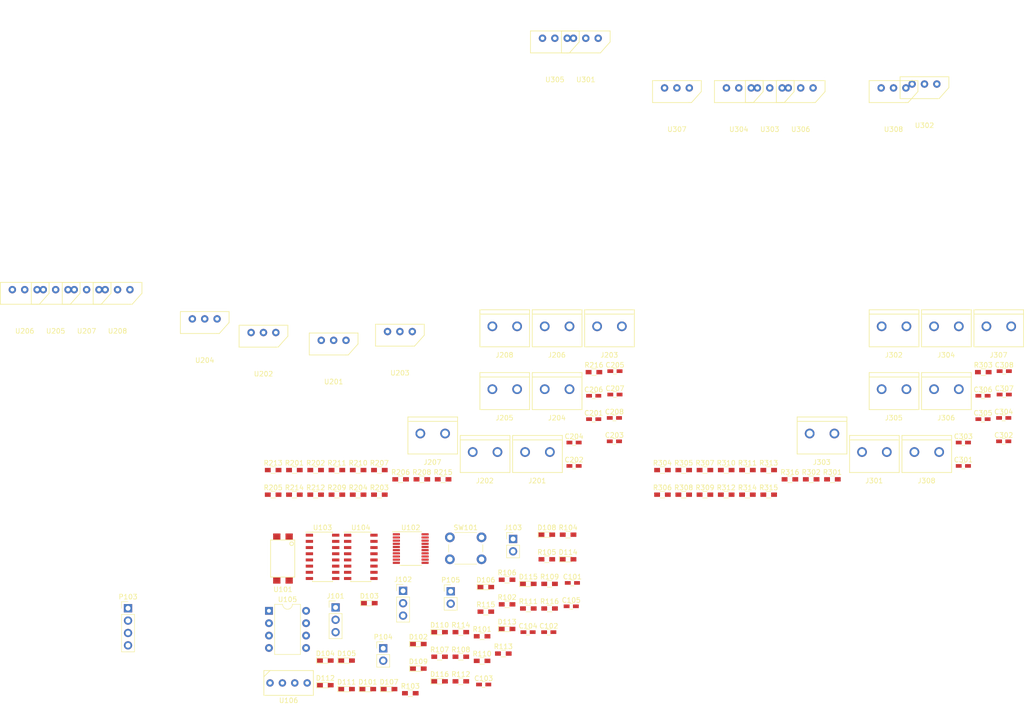
<source format=kicad_pcb>
(kicad_pcb (version 4) (host pcbnew 4.0.7)
  (layers (0 F.Cu signal) (1 In1.Cu power) (2 In2.Cu power) (31 B.Cu mixed) (35 F.Paste user) (37 F.SilkS user) (39 F.Mask user) (44 Edge.Cuts user))
  (net 0 "")
  (net 1 +3V3)
  (net 2 GND)
  (net 3 AC-N)
  (net 4 "Net-(C201-Pad2)")
  (net 5 "Net-(C202-Pad2)")
  (net 6 "Net-(C203-Pad2)")
  (net 7 "Net-(C204-Pad2)")
  (net 8 "Net-(C205-Pad2)")
  (net 9 "Net-(C206-Pad2)")
  (net 10 "Net-(C207-Pad2)")
  (net 11 "Net-(C208-Pad2)")
  (net 12 "Net-(C301-Pad2)")
  (net 13 "Net-(C302-Pad2)")
  (net 14 "Net-(C303-Pad2)")
  (net 15 "Net-(C304-Pad2)")
  (net 16 "Net-(C305-Pad2)")
  (net 17 "Net-(C306-Pad2)")
  (net 18 "Net-(C307-Pad2)")
  (net 19 "Net-(C308-Pad2)")
  (net 20 /I2C_SCL)
  (net 21 /I2C_SDA)
  (net 22 /STM_SWDIO)
  (net 23 /STM_SWCLK)
  (net 24 /Output-BankA/AC_LOAD-A)
  (net 25 AC-H)
  (net 26 /Output-BankA/AC_LOAD-B)
  (net 27 /Output-BankA/AC_LOAD-C)
  (net 28 /Output-BankA/AC_LOAD-D)
  (net 29 /Output-BankB/AC_LOAD-A)
  (net 30 /Output-BankB/AC_LOAD-B)
  (net 31 /Output-BankB/AC_LOAD-C)
  (net 32 /Output-BankB/AC_LOAD-D)
  (net 33 "Net-(R101-Pad1)")
  (net 34 "Net-(R102-Pad1)")
  (net 35 /STM_~RST)
  (net 36 /ZERO_CROSS)
  (net 37 "Net-(R203-Pad1)")
  (net 38 "Net-(R204-Pad1)")
  (net 39 "Net-(R207-Pad1)")
  (net 40 "Net-(R208-Pad1)")
  (net 41 "Net-(R303-Pad1)")
  (net 42 "Net-(R304-Pad1)")
  (net 43 "Net-(R307-Pad1)")
  (net 44 "Net-(R308-Pad1)")
  (net 45 "Net-(U102-Pad2)")
  (net 46 "Net-(U102-Pad3)")
  (net 47 /Shift_SER)
  (net 48 /Shift_SRCLK)
  (net 49 /Shift_~SRCLR)
  (net 50 /Shift_RCLK)
  (net 51 /Shift_~OE)
  (net 52 "Net-(U102-Pad12)")
  (net 53 "Net-(U102-Pad13)")
  (net 54 "Net-(U102-Pad14)")
  (net 55 "Net-(U103-Pad9)")
  (net 56 "Net-(U104-Pad9)")
  (net 57 "Net-(D101-Pad2)")
  (net 58 "Net-(D103-Pad2)")
  (net 59 "Net-(D105-Pad2)")
  (net 60 "Net-(D107-Pad2)")
  (net 61 /+12V_IN)
  (net 62 /CHAN8)
  (net 63 /CHAN9)
  (net 64 /CHAN10)
  (net 65 /CHAN11)
  (net 66 "Net-(D109-Pad2)")
  (net 67 /CHAN12)
  (net 68 "Net-(D111-Pad2)")
  (net 69 /CHAN13)
  (net 70 "Net-(D113-Pad2)")
  (net 71 /CHAN14)
  (net 72 "Net-(D115-Pad2)")
  (net 73 /CHAN15)
  (net 74 /GND_IN)
  (net 75 /3v_ISO)
  (net 76 /Output-BankA/AC_LOAD-E)
  (net 77 /Output-BankA/AC_LOAD-F)
  (net 78 /Output-BankA/AC_LOAD-G)
  (net 79 /Output-BankA/AC_LOAD-H)
  (net 80 /Output-BankB/AC_LOAD-E)
  (net 81 /Output-BankB/AC_LOAD-F)
  (net 82 /Output-BankB/AC_LOAD-G)
  (net 83 /Output-BankB/AC_LOAD-H)
  (net 84 /3v3_ISO)
  (net 85 /CHAN0)
  (net 86 /CHAN1)
  (net 87 /CHAN2)
  (net 88 /CHAN3)
  (net 89 /CHAN4)
  (net 90 /CHAN5)
  (net 91 /CHAN6)
  (net 92 /CHAN7)
  (net 93 /STM_SCL)
  (net 94 /STM_SDA)
  (net 95 "Net-(R211-Pad1)")
  (net 96 "Net-(R212-Pad1)")
  (net 97 "Net-(R215-Pad1)")
  (net 98 "Net-(R216-Pad1)")
  (net 99 "Net-(R311-Pad1)")
  (net 100 "Net-(R312-Pad1)")
  (net 101 "Net-(R315-Pad1)")
  (net 102 "Net-(R316-Pad1)")
  (module Capacitors_SMD:C_0603_HandSoldering (layer F.Cu) (at 201.399524 146.585)
    (fp_text reference C101 (at 0 -1.25) (layer F.SilkS))
    (fp_text value 100nF)
    (pad 1 smd rect (at -0.95 0) (size 1.2 0.75) (layers F.Cu F.Paste F.Mask) (net 1 +3V3))
    (pad 2 smd rect (at 0.95 0) (size 1.2 0.75) (layers F.Cu F.Paste F.Mask) (net 2 GND))
  )
  (module Capacitors_SMD:C_0603_HandSoldering (layer F.Cu) (at 196.548571 156.685)
    (fp_text reference C102 (at 0 -1.25) (layer F.SilkS))
    (fp_text value 10nF)
    (pad 1 smd rect (at -0.95 0) (size 1.2 0.75) (layers F.Cu F.Paste F.Mask) (net 1 +3V3))
    (pad 2 smd rect (at 0.95 0) (size 1.2 0.75) (layers F.Cu F.Paste F.Mask) (net 2 GND))
  )
  (module Capacitors_SMD:C_0603_HandSoldering (layer F.Cu) (at 183.189524 167.435)
    (fp_text reference C103 (at 0 -1.25) (layer F.SilkS))
    (fp_text value 100nF)
    (pad 1 smd rect (at -0.95 0) (size 1.2 0.75) (layers F.Cu F.Paste F.Mask) (net 1 +3V3))
    (pad 2 smd rect (at 0.95 0) (size 1.2 0.75) (layers F.Cu F.Paste F.Mask) (net 2 GND))
  )
  (module Capacitors_SMD:C_0603_HandSoldering (layer F.Cu) (at 192.298571 156.685)
    (fp_text reference C104 (at 0 -1.25) (layer F.SilkS))
    (fp_text value 1uF)
    (pad 1 smd rect (at -0.95 0) (size 1.2 0.75) (layers F.Cu F.Paste F.Mask) (net 1 +3V3))
    (pad 2 smd rect (at 0.95 0) (size 1.2 0.75) (layers F.Cu F.Paste F.Mask) (net 2 GND))
  )
  (module Capacitors_SMD:C_0603_HandSoldering (layer F.Cu) (at 201.161428 151.385)
    (fp_text reference C105 (at 0 -1.25) (layer F.SilkS))
    (fp_text value 4.7uF)
    (pad 1 smd rect (at -0.95 0) (size 1.2 0.75) (layers F.Cu F.Paste F.Mask) (net 1 +3V3))
    (pad 2 smd rect (at 0.95 0) (size 1.2 0.75) (layers F.Cu F.Paste F.Mask) (net 2 GND))
  )
  (module Capacitors_SMD:C_0603_HandSoldering (layer F.Cu) (at 205.768571 112.975)
    (fp_text reference C201 (at 0 -1.25) (layer F.SilkS))
    (fp_text value 22n)
    (pad 1 smd rect (at -0.95 0) (size 1.2 0.75) (layers F.Cu F.Paste F.Mask) (net 3 AC-N))
    (pad 2 smd rect (at 0.95 0) (size 1.2 0.75) (layers F.Cu F.Paste F.Mask) (net 4 "Net-(C201-Pad2)"))
  )
  (module Capacitors_SMD:C_0603_HandSoldering (layer F.Cu) (at 201.738571 122.575)
    (fp_text reference C202 (at 0 -1.25) (layer F.SilkS))
    (fp_text value 22n)
    (pad 1 smd rect (at -0.95 0) (size 1.2 0.75) (layers F.Cu F.Paste F.Mask) (net 3 AC-N))
    (pad 2 smd rect (at 0.95 0) (size 1.2 0.75) (layers F.Cu F.Paste F.Mask) (net 5 "Net-(C202-Pad2)"))
  )
  (module Capacitors_SMD:C_0603_HandSoldering (layer F.Cu) (at 210.018571 117.525)
    (fp_text reference C203 (at 0 -1.25) (layer F.SilkS))
    (fp_text value 22n)
    (pad 1 smd rect (at -0.95 0) (size 1.2 0.75) (layers F.Cu F.Paste F.Mask) (net 3 AC-N))
    (pad 2 smd rect (at 0.95 0) (size 1.2 0.75) (layers F.Cu F.Paste F.Mask) (net 6 "Net-(C203-Pad2)"))
  )
  (module Capacitors_SMD:C_0603_HandSoldering (layer F.Cu) (at 201.738571 117.775)
    (fp_text reference C204 (at 0 -1.25) (layer F.SilkS))
    (fp_text value 22n)
    (pad 1 smd rect (at -0.95 0) (size 1.2 0.75) (layers F.Cu F.Paste F.Mask) (net 3 AC-N))
    (pad 2 smd rect (at 0.95 0) (size 1.2 0.75) (layers F.Cu F.Paste F.Mask) (net 7 "Net-(C204-Pad2)"))
  )
  (module Capacitors_SMD:C_0603_HandSoldering (layer F.Cu) (at 210.128571 103.125)
    (fp_text reference C205 (at 0 -1.25) (layer F.SilkS))
    (fp_text value 22n)
    (pad 1 smd rect (at -0.95 0) (size 1.2 0.75) (layers F.Cu F.Paste F.Mask) (net 3 AC-N))
    (pad 2 smd rect (at 0.95 0) (size 1.2 0.75) (layers F.Cu F.Paste F.Mask) (net 8 "Net-(C205-Pad2)"))
  )
  (module Capacitors_SMD:C_0603_HandSoldering (layer F.Cu) (at 205.768571 108.175)
    (fp_text reference C206 (at 0 -1.25) (layer F.SilkS))
    (fp_text value 22n)
    (pad 1 smd rect (at -0.95 0) (size 1.2 0.75) (layers F.Cu F.Paste F.Mask) (net 3 AC-N))
    (pad 2 smd rect (at 0.95 0) (size 1.2 0.75) (layers F.Cu F.Paste F.Mask) (net 9 "Net-(C206-Pad2)"))
  )
  (module Capacitors_SMD:C_0603_HandSoldering (layer F.Cu) (at 210.128571 107.925)
    (fp_text reference C207 (at 0 -1.25) (layer F.SilkS))
    (fp_text value 22n)
    (pad 1 smd rect (at -0.95 0) (size 1.2 0.75) (layers F.Cu F.Paste F.Mask) (net 3 AC-N))
    (pad 2 smd rect (at 0.95 0) (size 1.2 0.75) (layers F.Cu F.Paste F.Mask) (net 10 "Net-(C207-Pad2)"))
  )
  (module Capacitors_SMD:C_0603_HandSoldering (layer F.Cu) (at 210.018571 112.725)
    (fp_text reference C208 (at 0 -1.25) (layer F.SilkS))
    (fp_text value 22n)
    (pad 1 smd rect (at -0.95 0) (size 1.2 0.75) (layers F.Cu F.Paste F.Mask) (net 3 AC-N))
    (pad 2 smd rect (at 0.95 0) (size 1.2 0.75) (layers F.Cu F.Paste F.Mask) (net 11 "Net-(C208-Pad2)"))
  )
  (module Capacitors_SMD:C_0603_HandSoldering (layer F.Cu) (at 281.638571 122.575)
    (fp_text reference C301 (at 0 -1.25) (layer F.SilkS))
    (fp_text value 22n)
    (pad 1 smd rect (at -0.95 0) (size 1.2 0.75) (layers F.Cu F.Paste F.Mask) (net 3 AC-N))
    (pad 2 smd rect (at 0.95 0) (size 1.2 0.75) (layers F.Cu F.Paste F.Mask) (net 12 "Net-(C301-Pad2)"))
  )
  (module Capacitors_SMD:C_0603_HandSoldering (layer F.Cu) (at 289.918571 117.525)
    (fp_text reference C302 (at 0 -1.25) (layer F.SilkS))
    (fp_text value 22n)
    (pad 1 smd rect (at -0.95 0) (size 1.2 0.75) (layers F.Cu F.Paste F.Mask) (net 3 AC-N))
    (pad 2 smd rect (at 0.95 0) (size 1.2 0.75) (layers F.Cu F.Paste F.Mask) (net 13 "Net-(C302-Pad2)"))
  )
  (module Capacitors_SMD:C_0603_HandSoldering (layer F.Cu) (at 281.638571 117.775)
    (fp_text reference C303 (at 0 -1.25) (layer F.SilkS))
    (fp_text value 22n)
    (pad 1 smd rect (at -0.95 0) (size 1.2 0.75) (layers F.Cu F.Paste F.Mask) (net 3 AC-N))
    (pad 2 smd rect (at 0.95 0) (size 1.2 0.75) (layers F.Cu F.Paste F.Mask) (net 14 "Net-(C303-Pad2)"))
  )
  (module Capacitors_SMD:C_0603_HandSoldering (layer F.Cu) (at 289.918571 112.725)
    (fp_text reference C304 (at 0 -1.25) (layer F.SilkS))
    (fp_text value 22n)
    (pad 1 smd rect (at -0.95 0) (size 1.2 0.75) (layers F.Cu F.Paste F.Mask) (net 3 AC-N))
    (pad 2 smd rect (at 0.95 0) (size 1.2 0.75) (layers F.Cu F.Paste F.Mask) (net 15 "Net-(C304-Pad2)"))
  )
  (module Capacitors_SMD:C_0603_HandSoldering (layer F.Cu) (at 285.668571 112.975)
    (fp_text reference C305 (at 0 -1.25) (layer F.SilkS))
    (fp_text value 22n)
    (pad 1 smd rect (at -0.95 0) (size 1.2 0.75) (layers F.Cu F.Paste F.Mask) (net 3 AC-N))
    (pad 2 smd rect (at 0.95 0) (size 1.2 0.75) (layers F.Cu F.Paste F.Mask) (net 16 "Net-(C305-Pad2)"))
  )
  (module Capacitors_SMD:C_0603_HandSoldering (layer F.Cu) (at 285.668571 108.175)
    (fp_text reference C306 (at 0 -1.25) (layer F.SilkS))
    (fp_text value 22n)
    (pad 1 smd rect (at -0.95 0) (size 1.2 0.75) (layers F.Cu F.Paste F.Mask) (net 3 AC-N))
    (pad 2 smd rect (at 0.95 0) (size 1.2 0.75) (layers F.Cu F.Paste F.Mask) (net 17 "Net-(C306-Pad2)"))
  )
  (module Capacitors_SMD:C_0603_HandSoldering (layer F.Cu) (at 290.028571 107.925)
    (fp_text reference C307 (at 0 -1.25) (layer F.SilkS))
    (fp_text value 22n)
    (pad 1 smd rect (at -0.95 0) (size 1.2 0.75) (layers F.Cu F.Paste F.Mask) (net 3 AC-N))
    (pad 2 smd rect (at 0.95 0) (size 1.2 0.75) (layers F.Cu F.Paste F.Mask) (net 18 "Net-(C307-Pad2)"))
  )
  (module Capacitors_SMD:C_0603_HandSoldering (layer F.Cu) (at 290.028571 103.125)
    (fp_text reference C308 (at 0 -1.25) (layer F.SilkS))
    (fp_text value 22n)
    (pad 1 smd rect (at -0.95 0) (size 1.2 0.75) (layers F.Cu F.Paste F.Mask) (net 3 AC-N))
    (pad 2 smd rect (at 0.95 0) (size 1.2 0.75) (layers F.Cu F.Paste F.Mask) (net 19 "Net-(C308-Pad2)"))
  )
  (module LEDs:LED_0603_HandSoldering (layer F.Cu) (at 159.415001 168.375)
    (fp_text reference D101 (at 0 -1.45) (layer F.SilkS))
    (fp_text value LED)
    (pad 1 smd rect (at -1.1 0) (size 1.2 0.9) (layers F.Cu F.Paste F.Mask) (net 2 GND))
    (pad 2 smd rect (at 1.1 0) (size 1.2 0.9) (layers F.Cu F.Paste F.Mask) (net 57 "Net-(D101-Pad2)"))
  )
  (module LEDs:LED_0603_HandSoldering (layer F.Cu) (at 169.785001 159.125)
    (fp_text reference D102 (at 0 -1.45) (layer F.SilkS))
    (fp_text value LED)
    (pad 1 smd rect (at -1.1 0) (size 1.2 0.9) (layers F.Cu F.Paste F.Mask) (net 2 GND))
    (pad 2 smd rect (at 1.1 0) (size 1.2 0.9) (layers F.Cu F.Paste F.Mask) (net 62 /CHAN8))
  )
  (module LEDs:LED_0603_HandSoldering (layer F.Cu) (at 159.725001 150.735)
    (fp_text reference D103 (at 0 -1.45) (layer F.SilkS))
    (fp_text value LED)
    (pad 1 smd rect (at -1.1 0) (size 1.2 0.9) (layers F.Cu F.Paste F.Mask) (net 2 GND))
    (pad 2 smd rect (at 1.1 0) (size 1.2 0.9) (layers F.Cu F.Paste F.Mask) (net 58 "Net-(D103-Pad2)"))
  )
  (module LEDs:LED_0603_HandSoldering (layer F.Cu) (at 150.695001 162.525)
    (fp_text reference D104 (at 0 -1.45) (layer F.SilkS))
    (fp_text value LED)
    (pad 1 smd rect (at -1.1 0) (size 1.2 0.9) (layers F.Cu F.Paste F.Mask) (net 2 GND))
    (pad 2 smd rect (at 1.1 0) (size 1.2 0.9) (layers F.Cu F.Paste F.Mask) (net 63 /CHAN9))
  )
  (module LEDs:LED_0603_HandSoldering (layer F.Cu) (at 155.055001 162.525)
    (fp_text reference D105 (at 0 -1.45) (layer F.SilkS))
    (fp_text value LED)
    (pad 1 smd rect (at -1.1 0) (size 1.2 0.9) (layers F.Cu F.Paste F.Mask) (net 2 GND))
    (pad 2 smd rect (at 1.1 0) (size 1.2 0.9) (layers F.Cu F.Paste F.Mask) (net 59 "Net-(D105-Pad2)"))
  )
  (module LEDs:LED_0603_HandSoldering (layer F.Cu) (at 183.635001 147.435)
    (fp_text reference D106 (at 0 -1.45) (layer F.SilkS))
    (fp_text value LED)
    (pad 1 smd rect (at -1.1 0) (size 1.2 0.9) (layers F.Cu F.Paste F.Mask) (net 2 GND))
    (pad 2 smd rect (at 1.1 0) (size 1.2 0.9) (layers F.Cu F.Paste F.Mask) (net 64 /CHAN10))
  )
  (module LEDs:LED_0603_HandSoldering (layer F.Cu) (at 163.775001 168.375)
    (fp_text reference D107 (at 0 -1.45) (layer F.SilkS))
    (fp_text value LED)
    (pad 1 smd rect (at -1.1 0) (size 1.2 0.9) (layers F.Cu F.Paste F.Mask) (net 2 GND))
    (pad 2 smd rect (at 1.1 0) (size 1.2 0.9) (layers F.Cu F.Paste F.Mask) (net 60 "Net-(D107-Pad2)"))
  )
  (module LEDs:LED_0603_HandSoldering (layer F.Cu) (at 196.155001 136.685)
    (fp_text reference D108 (at 0 -1.45) (layer F.SilkS))
    (fp_text value LED)
    (pad 1 smd rect (at -1.1 0) (size 1.2 0.9) (layers F.Cu F.Paste F.Mask) (net 2 GND))
    (pad 2 smd rect (at 1.1 0) (size 1.2 0.9) (layers F.Cu F.Paste F.Mask) (net 65 /CHAN11))
  )
  (module LEDs:LED_0603_HandSoldering (layer F.Cu) (at 169.785001 164.175)
    (fp_text reference D109 (at 0 -1.45) (layer F.SilkS))
    (fp_text value LED)
    (pad 1 smd rect (at -1.1 0) (size 1.2 0.9) (layers F.Cu F.Paste F.Mask) (net 2 GND))
    (pad 2 smd rect (at 1.1 0) (size 1.2 0.9) (layers F.Cu F.Paste F.Mask) (net 66 "Net-(D109-Pad2)"))
  )
  (module LEDs:LED_0603_HandSoldering (layer F.Cu) (at 174.145001 156.685)
    (fp_text reference D110 (at 0 -1.45) (layer F.SilkS))
    (fp_text value LED)
    (pad 1 smd rect (at -1.1 0) (size 1.2 0.9) (layers F.Cu F.Paste F.Mask) (net 2 GND))
    (pad 2 smd rect (at 1.1 0) (size 1.2 0.9) (layers F.Cu F.Paste F.Mask) (net 67 /CHAN12))
  )
  (module LEDs:LED_0603_HandSoldering (layer F.Cu) (at 155.055001 168.375)
    (fp_text reference D111 (at 0 -1.45) (layer F.SilkS))
    (fp_text value LED)
    (pad 1 smd rect (at -1.1 0) (size 1.2 0.9) (layers F.Cu F.Paste F.Mask) (net 2 GND))
    (pad 2 smd rect (at 1.1 0) (size 1.2 0.9) (layers F.Cu F.Paste F.Mask) (net 68 "Net-(D111-Pad2)"))
  )
  (module LEDs:LED_0603_HandSoldering (layer F.Cu) (at 150.695001 167.575)
    (fp_text reference D112 (at 0 -1.45) (layer F.SilkS))
    (fp_text value LED)
    (pad 1 smd rect (at -1.1 0) (size 1.2 0.9) (layers F.Cu F.Paste F.Mask) (net 2 GND))
    (pad 2 smd rect (at 1.1 0) (size 1.2 0.9) (layers F.Cu F.Paste F.Mask) (net 69 /CHAN13))
  )
  (module LEDs:LED_0603_HandSoldering (layer F.Cu) (at 187.995001 156.035)
    (fp_text reference D113 (at 0 -1.45) (layer F.SilkS))
    (fp_text value LED)
    (pad 1 smd rect (at -1.1 0) (size 1.2 0.9) (layers F.Cu F.Paste F.Mask) (net 2 GND))
    (pad 2 smd rect (at 1.1 0) (size 1.2 0.9) (layers F.Cu F.Paste F.Mask) (net 70 "Net-(D113-Pad2)"))
  )
  (module LEDs:LED_0603_HandSoldering (layer F.Cu) (at 200.515001 141.735)
    (fp_text reference D114 (at 0 -1.45) (layer F.SilkS))
    (fp_text value LED)
    (pad 1 smd rect (at -1.1 0) (size 1.2 0.9) (layers F.Cu F.Paste F.Mask) (net 2 GND))
    (pad 2 smd rect (at 1.1 0) (size 1.2 0.9) (layers F.Cu F.Paste F.Mask) (net 71 /CHAN14))
  )
  (module LEDs:LED_0603_HandSoldering (layer F.Cu) (at 192.355001 146.785)
    (fp_text reference D115 (at 0 -1.45) (layer F.SilkS))
    (fp_text value LED)
    (pad 1 smd rect (at -1.1 0) (size 1.2 0.9) (layers F.Cu F.Paste F.Mask) (net 2 GND))
    (pad 2 smd rect (at 1.1 0) (size 1.2 0.9) (layers F.Cu F.Paste F.Mask) (net 72 "Net-(D115-Pad2)"))
  )
  (module LEDs:LED_0603_HandSoldering (layer F.Cu) (at 174.145001 166.785)
    (fp_text reference D116 (at 0 -1.45) (layer F.SilkS))
    (fp_text value LED)
    (pad 1 smd rect (at -1.1 0) (size 1.2 0.9) (layers F.Cu F.Paste F.Mask) (net 2 GND))
    (pad 2 smd rect (at 1.1 0) (size 1.2 0.9) (layers F.Cu F.Paste F.Mask) (net 73 /CHAN15))
  )
  (module Pin_Headers:Pin_Header_Straight_1x03_Pitch2.54mm (layer F.Cu) (at 152.797619 151.615)
    (fp_text reference J101 (at 0 -2.33) (layer F.SilkS))
    (fp_text value Conn_01x03)
    (pad 1 thru_hole rect (at 0 0) (size 1.7 1.7) (drill 1) (layers *.Cu *.Mask) (net 20 /I2C_SCL))
    (pad 2 thru_hole oval (at 0 2.54) (size 1.7 1.7) (drill 1) (layers *.Cu *.Mask) (net 21 /I2C_SDA))
    (pad 3 thru_hole oval (at 0 5.08) (size 1.7 1.7) (drill 1) (layers *.Cu *.Mask) (net 74 /GND_IN))
  )
  (module Pin_Headers:Pin_Header_Straight_1x03_Pitch2.54mm (layer F.Cu) (at 166.647619 148.215)
    (fp_text reference J102 (at 0 -2.33) (layer F.SilkS))
    (fp_text value Conn_01x03)
    (pad 1 thru_hole rect (at 0 0) (size 1.7 1.7) (drill 1) (layers *.Cu *.Mask) (net 20 /I2C_SCL))
    (pad 2 thru_hole oval (at 0 2.54) (size 1.7 1.7) (drill 1) (layers *.Cu *.Mask) (net 21 /I2C_SDA))
    (pad 3 thru_hole oval (at 0 5.08) (size 1.7 1.7) (drill 1) (layers *.Cu *.Mask) (net 74 /GND_IN))
  )
  (module Pin_Headers:Pin_Header_Straight_1x02_Pitch2.54mm (layer F.Cu) (at 189.227619 137.565)
    (fp_text reference J103 (at 0 -2.33) (layer F.SilkS))
    (fp_text value Conn_01x02)
    (pad 1 thru_hole rect (at 0 0) (size 1.7 1.7) (drill 1) (layers *.Cu *.Mask) (net 74 /GND_IN))
    (pad 2 thru_hole oval (at 0 2.54) (size 1.7 1.7) (drill 1) (layers *.Cu *.Mask) (net 75 /3v_ISO))
  )
  (module Connectors_OnShore:OSTTC022162 (layer F.Cu) (at 194.235001 119.725)
    (fp_text reference J201 (at -0.05 5.9) (layer F.SilkS))
    (fp_text value Conn_01x02)
    (pad 1 thru_hole circle (at -2.54 0) (size 2 2) (drill 1.3) (layers *.Cu *.Mask) (net 24 /Output-BankA/AC_LOAD-A))
    (pad 2 thru_hole circle (at 2.54 0) (size 2 2) (drill 1.3) (layers *.Cu *.Mask) (net 25 AC-H))
  )
  (module Connectors_OnShore:OSTTC022162 (layer F.Cu) (at 183.485001 119.725)
    (fp_text reference J202 (at -0.05 5.9) (layer F.SilkS))
    (fp_text value Conn_01x02)
    (pad 1 thru_hole circle (at -2.54 0) (size 2 2) (drill 1.3) (layers *.Cu *.Mask) (net 76 /Output-BankA/AC_LOAD-E))
    (pad 2 thru_hole circle (at 2.54 0) (size 2 2) (drill 1.3) (layers *.Cu *.Mask) (net 25 AC-H))
  )
  (module Connectors_OnShore:OSTTC022162 (layer F.Cu) (at 209.015001 93.925)
    (fp_text reference J203 (at -0.05 5.9) (layer F.SilkS))
    (fp_text value Conn_01x02)
    (pad 1 thru_hole circle (at -2.54 0) (size 2 2) (drill 1.3) (layers *.Cu *.Mask) (net 26 /Output-BankA/AC_LOAD-B))
    (pad 2 thru_hole circle (at 2.54 0) (size 2 2) (drill 1.3) (layers *.Cu *.Mask) (net 25 AC-H))
  )
  (module Connectors_OnShore:OSTTC022162 (layer F.Cu) (at 198.265001 106.825)
    (fp_text reference J204 (at -0.05 5.9) (layer F.SilkS))
    (fp_text value Conn_01x02)
    (pad 1 thru_hole circle (at -2.54 0) (size 2 2) (drill 1.3) (layers *.Cu *.Mask) (net 77 /Output-BankA/AC_LOAD-F))
    (pad 2 thru_hole circle (at 2.54 0) (size 2 2) (drill 1.3) (layers *.Cu *.Mask) (net 25 AC-H))
  )
  (module Connectors_OnShore:OSTTC022162 (layer F.Cu) (at 187.515001 106.825)
    (fp_text reference J205 (at -0.05 5.9) (layer F.SilkS))
    (fp_text value Conn_01x02)
    (pad 1 thru_hole circle (at -2.54 0) (size 2 2) (drill 1.3) (layers *.Cu *.Mask) (net 27 /Output-BankA/AC_LOAD-C))
    (pad 2 thru_hole circle (at 2.54 0) (size 2 2) (drill 1.3) (layers *.Cu *.Mask) (net 25 AC-H))
  )
  (module Connectors_OnShore:OSTTC022162 (layer F.Cu) (at 198.265001 93.925)
    (fp_text reference J206 (at -0.05 5.9) (layer F.SilkS))
    (fp_text value Conn_01x02)
    (pad 1 thru_hole circle (at -2.54 0) (size 2 2) (drill 1.3) (layers *.Cu *.Mask) (net 78 /Output-BankA/AC_LOAD-G))
    (pad 2 thru_hole circle (at 2.54 0) (size 2 2) (drill 1.3) (layers *.Cu *.Mask) (net 25 AC-H))
  )
  (module Connectors_OnShore:OSTTC022162 (layer F.Cu) (at 172.735001 115.925)
    (fp_text reference J207 (at -0.05 5.9) (layer F.SilkS))
    (fp_text value Conn_01x02)
    (pad 1 thru_hole circle (at -2.54 0) (size 2 2) (drill 1.3) (layers *.Cu *.Mask) (net 28 /Output-BankA/AC_LOAD-D))
    (pad 2 thru_hole circle (at 2.54 0) (size 2 2) (drill 1.3) (layers *.Cu *.Mask) (net 25 AC-H))
  )
  (module Connectors_OnShore:OSTTC022162 (layer F.Cu) (at 187.515001 93.925)
    (fp_text reference J208 (at -0.05 5.9) (layer F.SilkS))
    (fp_text value Conn_01x02)
    (pad 1 thru_hole circle (at -2.54 0) (size 2 2) (drill 1.3) (layers *.Cu *.Mask) (net 79 /Output-BankA/AC_LOAD-H))
    (pad 2 thru_hole circle (at 2.54 0) (size 2 2) (drill 1.3) (layers *.Cu *.Mask) (net 25 AC-H))
  )
  (module Connectors_OnShore:OSTTC022162 (layer F.Cu) (at 263.385001 119.725)
    (fp_text reference J301 (at -0.05 5.9) (layer F.SilkS))
    (fp_text value Conn_01x02)
    (pad 1 thru_hole circle (at -2.54 0) (size 2 2) (drill 1.3) (layers *.Cu *.Mask) (net 29 /Output-BankB/AC_LOAD-A))
    (pad 2 thru_hole circle (at 2.54 0) (size 2 2) (drill 1.3) (layers *.Cu *.Mask) (net 25 AC-H))
  )
  (module Connectors_OnShore:OSTTC022162 (layer F.Cu) (at 267.415001 93.925)
    (fp_text reference J302 (at -0.05 5.9) (layer F.SilkS))
    (fp_text value Conn_01x02)
    (pad 1 thru_hole circle (at -2.54 0) (size 2 2) (drill 1.3) (layers *.Cu *.Mask) (net 80 /Output-BankB/AC_LOAD-E))
    (pad 2 thru_hole circle (at 2.54 0) (size 2 2) (drill 1.3) (layers *.Cu *.Mask) (net 25 AC-H))
  )
  (module Connectors_OnShore:OSTTC022162 (layer F.Cu) (at 252.635001 115.925)
    (fp_text reference J303 (at -0.05 5.9) (layer F.SilkS))
    (fp_text value Conn_01x02)
    (pad 1 thru_hole circle (at -2.54 0) (size 2 2) (drill 1.3) (layers *.Cu *.Mask) (net 30 /Output-BankB/AC_LOAD-B))
    (pad 2 thru_hole circle (at 2.54 0) (size 2 2) (drill 1.3) (layers *.Cu *.Mask) (net 25 AC-H))
  )
  (module Connectors_OnShore:OSTTC022162 (layer F.Cu) (at 278.165001 93.925)
    (fp_text reference J304 (at -0.05 5.9) (layer F.SilkS))
    (fp_text value Conn_01x02)
    (pad 1 thru_hole circle (at -2.54 0) (size 2 2) (drill 1.3) (layers *.Cu *.Mask) (net 81 /Output-BankB/AC_LOAD-F))
    (pad 2 thru_hole circle (at 2.54 0) (size 2 2) (drill 1.3) (layers *.Cu *.Mask) (net 25 AC-H))
  )
  (module Connectors_OnShore:OSTTC022162 (layer F.Cu) (at 267.415001 106.825)
    (fp_text reference J305 (at -0.05 5.9) (layer F.SilkS))
    (fp_text value Conn_01x02)
    (pad 1 thru_hole circle (at -2.54 0) (size 2 2) (drill 1.3) (layers *.Cu *.Mask) (net 31 /Output-BankB/AC_LOAD-C))
    (pad 2 thru_hole circle (at 2.54 0) (size 2 2) (drill 1.3) (layers *.Cu *.Mask) (net 25 AC-H))
  )
  (module Connectors_OnShore:OSTTC022162 (layer F.Cu) (at 278.165001 106.825)
    (fp_text reference J306 (at -0.05 5.9) (layer F.SilkS))
    (fp_text value Conn_01x02)
    (pad 1 thru_hole circle (at -2.54 0) (size 2 2) (drill 1.3) (layers *.Cu *.Mask) (net 82 /Output-BankB/AC_LOAD-G))
    (pad 2 thru_hole circle (at 2.54 0) (size 2 2) (drill 1.3) (layers *.Cu *.Mask) (net 25 AC-H))
  )
  (module Connectors_OnShore:OSTTC022162 (layer F.Cu) (at 288.915001 93.925)
    (fp_text reference J307 (at -0.05 5.9) (layer F.SilkS))
    (fp_text value Conn_01x02)
    (pad 1 thru_hole circle (at -2.54 0) (size 2 2) (drill 1.3) (layers *.Cu *.Mask) (net 32 /Output-BankB/AC_LOAD-D))
    (pad 2 thru_hole circle (at 2.54 0) (size 2 2) (drill 1.3) (layers *.Cu *.Mask) (net 25 AC-H))
  )
  (module Connectors_OnShore:OSTTC022162 (layer F.Cu) (at 274.135001 119.725)
    (fp_text reference J308 (at -0.05 5.9) (layer F.SilkS))
    (fp_text value Conn_01x02)
    (pad 1 thru_hole circle (at -2.54 0) (size 2 2) (drill 1.3) (layers *.Cu *.Mask) (net 83 /Output-BankB/AC_LOAD-H))
    (pad 2 thru_hole circle (at 2.54 0) (size 2 2) (drill 1.3) (layers *.Cu *.Mask) (net 25 AC-H))
  )
  (module Pin_Headers:Pin_Header_Straight_1x02_Pitch2.54mm (layer F.Cu) (at 162.573333 160.005)
    (fp_text reference P104 (at 0 -2.33) (layer F.SilkS))
    (fp_text value CONN_01X02)
    (pad 1 thru_hole rect (at 0 0) (size 1.7 1.7) (drill 1) (layers *.Cu *.Mask) (net 25 AC-H))
    (pad 2 thru_hole oval (at 0 2.54) (size 1.7 1.7) (drill 1) (layers *.Cu *.Mask) (net 3 AC-N))
  )
  (module Pin_Headers:Pin_Header_Straight_1x02_Pitch2.54mm (layer F.Cu) (at 176.423333 148.315)
    (fp_text reference P105 (at 0 -2.33) (layer F.SilkS))
    (fp_text value CONN_01X02)
    (pad 1 thru_hole rect (at 0 0) (size 1.7 1.7) (drill 1) (layers *.Cu *.Mask) (net 61 /+12V_IN))
    (pad 2 thru_hole oval (at 0 2.54) (size 1.7 1.7) (drill 1) (layers *.Cu *.Mask) (net 74 /GND_IN))
  )
  (module Resistors_SMD:R_0603_HandSoldering (layer F.Cu) (at 182.865001 157.535)
    (fp_text reference R101 (at 0 -1.45) (layer F.SilkS))
    (fp_text value 16K)
    (pad 1 smd rect (at -1.1 0) (size 1.2 0.9) (layers F.Cu F.Paste F.Mask) (net 33 "Net-(R101-Pad1)"))
    (pad 2 smd rect (at 1.1 0) (size 1.2 0.9) (layers F.Cu F.Paste F.Mask) (net 25 AC-H))
  )
  (module Resistors_SMD:R_0603_HandSoldering (layer F.Cu) (at 187.995001 150.985)
    (fp_text reference R102 (at 0 -1.45) (layer F.SilkS))
    (fp_text value 16K)
    (pad 1 smd rect (at -1.1 0) (size 1.2 0.9) (layers F.Cu F.Paste F.Mask) (net 34 "Net-(R102-Pad1)"))
    (pad 2 smd rect (at 1.1 0) (size 1.2 0.9) (layers F.Cu F.Paste F.Mask) (net 3 AC-N))
  )
  (module Resistors_SMD:R_0603_HandSoldering (layer F.Cu) (at 168.135001 169.225)
    (fp_text reference R103 (at 0 -1.45) (layer F.SilkS))
    (fp_text value 16K)
    (pad 1 smd rect (at -1.1 0) (size 1.2 0.9) (layers F.Cu F.Paste F.Mask) (net 1 +3V3))
    (pad 2 smd rect (at 1.1 0) (size 1.2 0.9) (layers F.Cu F.Paste F.Mask) (net 35 /STM_~RST))
  )
  (module Resistors_SMD:R_0603_HandSoldering (layer F.Cu) (at 200.515001 136.685)
    (fp_text reference R104 (at 0 -1.45) (layer F.SilkS))
    (fp_text value 2K)
    (pad 1 smd rect (at -1.1 0) (size 1.2 0.9) (layers F.Cu F.Paste F.Mask) (net 84 /3v3_ISO))
    (pad 2 smd rect (at 1.1 0) (size 1.2 0.9) (layers F.Cu F.Paste F.Mask) (net 20 /I2C_SCL))
  )
  (module Resistors_SMD:R_0603_HandSoldering (layer F.Cu) (at 196.155001 141.735)
    (fp_text reference R105 (at 0 -1.45) (layer F.SilkS))
    (fp_text value 2K)
    (pad 1 smd rect (at -1.1 0) (size 1.2 0.9) (layers F.Cu F.Paste F.Mask) (net 84 /3v3_ISO))
    (pad 2 smd rect (at 1.1 0) (size 1.2 0.9) (layers F.Cu F.Paste F.Mask) (net 21 /I2C_SDA))
  )
  (module Resistors_SMD:R_0603_HandSoldering (layer F.Cu) (at 187.995001 145.935)
    (fp_text reference R106 (at 0 -1.45) (layer F.SilkS))
    (fp_text value 2K)
    (pad 1 smd rect (at -1.1 0) (size 1.2 0.9) (layers F.Cu F.Paste F.Mask) (net 1 +3V3))
    (pad 2 smd rect (at 1.1 0) (size 1.2 0.9) (layers F.Cu F.Paste F.Mask) (net 36 /ZERO_CROSS))
  )
  (module Resistors_SMD:R_0603_HandSoldering (layer F.Cu) (at 174.145001 161.735)
    (fp_text reference R107 (at 0 -1.45) (layer F.SilkS))
    (fp_text value 160)
    (pad 1 smd rect (at -1.1 0) (size 1.2 0.9) (layers F.Cu F.Paste F.Mask) (net 57 "Net-(D101-Pad2)"))
    (pad 2 smd rect (at 1.1 0) (size 1.2 0.9) (layers F.Cu F.Paste F.Mask) (net 85 /CHAN0))
  )
  (module Resistors_SMD:R_0603_HandSoldering (layer F.Cu) (at 178.505001 161.735)
    (fp_text reference R108 (at 0 -1.45) (layer F.SilkS))
    (fp_text value 160)
    (pad 1 smd rect (at -1.1 0) (size 1.2 0.9) (layers F.Cu F.Paste F.Mask) (net 58 "Net-(D103-Pad2)"))
    (pad 2 smd rect (at 1.1 0) (size 1.2 0.9) (layers F.Cu F.Paste F.Mask) (net 86 /CHAN1))
  )
  (module Resistors_SMD:R_0603_HandSoldering (layer F.Cu) (at 196.715001 146.785)
    (fp_text reference R109 (at 0 -1.45) (layer F.SilkS))
    (fp_text value 160)
    (pad 1 smd rect (at -1.1 0) (size 1.2 0.9) (layers F.Cu F.Paste F.Mask) (net 59 "Net-(D105-Pad2)"))
    (pad 2 smd rect (at 1.1 0) (size 1.2 0.9) (layers F.Cu F.Paste F.Mask) (net 87 /CHAN2))
  )
  (module Resistors_SMD:R_0603_HandSoldering (layer F.Cu) (at 182.865001 162.585)
    (fp_text reference R110 (at 0 -1.45) (layer F.SilkS))
    (fp_text value 160)
    (pad 1 smd rect (at -1.1 0) (size 1.2 0.9) (layers F.Cu F.Paste F.Mask) (net 60 "Net-(D107-Pad2)"))
    (pad 2 smd rect (at 1.1 0) (size 1.2 0.9) (layers F.Cu F.Paste F.Mask) (net 88 /CHAN3))
  )
  (module Resistors_SMD:R_0603_HandSoldering (layer F.Cu) (at 192.355001 151.835)
    (fp_text reference R111 (at 0 -1.45) (layer F.SilkS))
    (fp_text value 160)
    (pad 1 smd rect (at -1.1 0) (size 1.2 0.9) (layers F.Cu F.Paste F.Mask) (net 66 "Net-(D109-Pad2)"))
    (pad 2 smd rect (at 1.1 0) (size 1.2 0.9) (layers F.Cu F.Paste F.Mask) (net 89 /CHAN4))
  )
  (module Resistors_SMD:R_0603_HandSoldering (layer F.Cu) (at 178.505001 166.785)
    (fp_text reference R112 (at 0 -1.45) (layer F.SilkS))
    (fp_text value 160)
    (pad 1 smd rect (at -1.1 0) (size 1.2 0.9) (layers F.Cu F.Paste F.Mask) (net 68 "Net-(D111-Pad2)"))
    (pad 2 smd rect (at 1.1 0) (size 1.2 0.9) (layers F.Cu F.Paste F.Mask) (net 90 /CHAN5))
  )
  (module Resistors_SMD:R_0603_HandSoldering (layer F.Cu) (at 187.225001 161.085)
    (fp_text reference R113 (at 0 -1.45) (layer F.SilkS))
    (fp_text value 160)
    (pad 1 smd rect (at -1.1 0) (size 1.2 0.9) (layers F.Cu F.Paste F.Mask) (net 70 "Net-(D113-Pad2)"))
    (pad 2 smd rect (at 1.1 0) (size 1.2 0.9) (layers F.Cu F.Paste F.Mask) (net 91 /CHAN6))
  )
  (module Resistors_SMD:R_0603_HandSoldering (layer F.Cu) (at 178.505001 156.685)
    (fp_text reference R114 (at 0 -1.45) (layer F.SilkS))
    (fp_text value 160)
    (pad 1 smd rect (at -1.1 0) (size 1.2 0.9) (layers F.Cu F.Paste F.Mask) (net 72 "Net-(D115-Pad2)"))
    (pad 2 smd rect (at 1.1 0) (size 1.2 0.9) (layers F.Cu F.Paste F.Mask) (net 92 /CHAN7))
  )
  (module Resistors_SMD:R_0603_HandSoldering (layer F.Cu) (at 183.635001 152.485)
    (fp_text reference R115 (at 0 -1.45) (layer F.SilkS))
    (fp_text value 680)
    (pad 1 smd rect (at -1.1 0) (size 1.2 0.9) (layers F.Cu F.Paste F.Mask) (net 93 /STM_SCL))
    (pad 2 smd rect (at 1.1 0) (size 1.2 0.9) (layers F.Cu F.Paste F.Mask) (net 1 +3V3))
  )
  (module Resistors_SMD:R_0603_HandSoldering (layer F.Cu) (at 196.715001 151.835)
    (fp_text reference R116 (at 0 -1.45) (layer F.SilkS))
    (fp_text value 680)
    (pad 1 smd rect (at -1.1 0) (size 1.2 0.9) (layers F.Cu F.Paste F.Mask) (net 94 /STM_SDA))
    (pad 2 smd rect (at 1.1 0) (size 1.2 0.9) (layers F.Cu F.Paste F.Mask) (net 1 +3V3))
  )
  (module Resistors_SMD:R_0603_HandSoldering (layer F.Cu) (at 144.345001 123.425)
    (fp_text reference R201 (at 0 -1.45) (layer F.SilkS))
    (fp_text value 56)
    (pad 1 smd rect (at -1.1 0) (size 1.2 0.9) (layers F.Cu F.Paste F.Mask) (net 24 /Output-BankA/AC_LOAD-A))
    (pad 2 smd rect (at 1.1 0) (size 1.2 0.9) (layers F.Cu F.Paste F.Mask) (net 4 "Net-(C201-Pad2)"))
  )
  (module Resistors_SMD:R_0603_HandSoldering (layer F.Cu) (at 148.705001 123.425)
    (fp_text reference R202 (at 0 -1.45) (layer F.SilkS))
    (fp_text value 56)
    (pad 1 smd rect (at -1.1 0) (size 1.2 0.9) (layers F.Cu F.Paste F.Mask) (net 76 /Output-BankA/AC_LOAD-E))
    (pad 2 smd rect (at 1.1 0) (size 1.2 0.9) (layers F.Cu F.Paste F.Mask) (net 5 "Net-(C202-Pad2)"))
  )
  (module Resistors_SMD:R_0603_HandSoldering (layer F.Cu) (at 161.785001 128.475)
    (fp_text reference R203 (at 0 -1.45) (layer F.SilkS))
    (fp_text value 100)
    (pad 1 smd rect (at -1.1 0) (size 1.2 0.9) (layers F.Cu F.Paste F.Mask) (net 37 "Net-(R203-Pad1)"))
    (pad 2 smd rect (at 1.1 0) (size 1.2 0.9) (layers F.Cu F.Paste F.Mask) (net 85 /CHAN0))
  )
  (module Resistors_SMD:R_0603_HandSoldering (layer F.Cu) (at 157.425001 128.475)
    (fp_text reference R204 (at 0 -1.45) (layer F.SilkS))
    (fp_text value 100)
    (pad 1 smd rect (at -1.1 0) (size 1.2 0.9) (layers F.Cu F.Paste F.Mask) (net 38 "Net-(R204-Pad1)"))
    (pad 2 smd rect (at 1.1 0) (size 1.2 0.9) (layers F.Cu F.Paste F.Mask) (net 89 /CHAN4))
  )
  (module Resistors_SMD:R_0603_HandSoldering (layer F.Cu) (at 139.985001 128.475)
    (fp_text reference R205 (at 0 -1.45) (layer F.SilkS))
    (fp_text value 56)
    (pad 1 smd rect (at -1.1 0) (size 1.2 0.9) (layers F.Cu F.Paste F.Mask) (net 26 /Output-BankA/AC_LOAD-B))
    (pad 2 smd rect (at 1.1 0) (size 1.2 0.9) (layers F.Cu F.Paste F.Mask) (net 6 "Net-(C203-Pad2)"))
  )
  (module Resistors_SMD:R_0603_HandSoldering (layer F.Cu) (at 166.145001 125.325)
    (fp_text reference R206 (at 0 -1.45) (layer F.SilkS))
    (fp_text value 56)
    (pad 1 smd rect (at -1.1 0) (size 1.2 0.9) (layers F.Cu F.Paste F.Mask) (net 77 /Output-BankA/AC_LOAD-F))
    (pad 2 smd rect (at 1.1 0) (size 1.2 0.9) (layers F.Cu F.Paste F.Mask) (net 7 "Net-(C204-Pad2)"))
  )
  (module Resistors_SMD:R_0603_HandSoldering (layer F.Cu) (at 161.785001 123.425)
    (fp_text reference R207 (at 0 -1.45) (layer F.SilkS))
    (fp_text value 100)
    (pad 1 smd rect (at -1.1 0) (size 1.2 0.9) (layers F.Cu F.Paste F.Mask) (net 39 "Net-(R207-Pad1)"))
    (pad 2 smd rect (at 1.1 0) (size 1.2 0.9) (layers F.Cu F.Paste F.Mask) (net 86 /CHAN1))
  )
  (module Resistors_SMD:R_0603_HandSoldering (layer F.Cu) (at 170.505001 125.325)
    (fp_text reference R208 (at 0 -1.45) (layer F.SilkS))
    (fp_text value 100)
    (pad 1 smd rect (at -1.1 0) (size 1.2 0.9) (layers F.Cu F.Paste F.Mask) (net 40 "Net-(R208-Pad1)"))
    (pad 2 smd rect (at 1.1 0) (size 1.2 0.9) (layers F.Cu F.Paste F.Mask) (net 90 /CHAN5))
  )
  (module Resistors_SMD:R_0603_HandSoldering (layer F.Cu) (at 153.065001 128.475)
    (fp_text reference R209 (at 0 -1.45) (layer F.SilkS))
    (fp_text value 56)
    (pad 1 smd rect (at -1.1 0) (size 1.2 0.9) (layers F.Cu F.Paste F.Mask) (net 27 /Output-BankA/AC_LOAD-C))
    (pad 2 smd rect (at 1.1 0) (size 1.2 0.9) (layers F.Cu F.Paste F.Mask) (net 8 "Net-(C205-Pad2)"))
  )
  (module Resistors_SMD:R_0603_HandSoldering (layer F.Cu) (at 157.425001 123.425)
    (fp_text reference R210 (at 0 -1.45) (layer F.SilkS))
    (fp_text value 56)
    (pad 1 smd rect (at -1.1 0) (size 1.2 0.9) (layers F.Cu F.Paste F.Mask) (net 78 /Output-BankA/AC_LOAD-G))
    (pad 2 smd rect (at 1.1 0) (size 1.2 0.9) (layers F.Cu F.Paste F.Mask) (net 9 "Net-(C206-Pad2)"))
  )
  (module Resistors_SMD:R_0603_HandSoldering (layer F.Cu) (at 153.065001 123.425)
    (fp_text reference R211 (at 0 -1.45) (layer F.SilkS))
    (fp_text value 100)
    (pad 1 smd rect (at -1.1 0) (size 1.2 0.9) (layers F.Cu F.Paste F.Mask) (net 95 "Net-(R211-Pad1)"))
    (pad 2 smd rect (at 1.1 0) (size 1.2 0.9) (layers F.Cu F.Paste F.Mask) (net 87 /CHAN2))
  )
  (module Resistors_SMD:R_0603_HandSoldering (layer F.Cu) (at 148.705001 128.475)
    (fp_text reference R212 (at 0 -1.45) (layer F.SilkS))
    (fp_text value 100)
    (pad 1 smd rect (at -1.1 0) (size 1.2 0.9) (layers F.Cu F.Paste F.Mask) (net 96 "Net-(R212-Pad1)"))
    (pad 2 smd rect (at 1.1 0) (size 1.2 0.9) (layers F.Cu F.Paste F.Mask) (net 91 /CHAN6))
  )
  (module Resistors_SMD:R_0603_HandSoldering (layer F.Cu) (at 139.985001 123.425)
    (fp_text reference R213 (at 0 -1.45) (layer F.SilkS))
    (fp_text value 56)
    (pad 1 smd rect (at -1.1 0) (size 1.2 0.9) (layers F.Cu F.Paste F.Mask) (net 28 /Output-BankA/AC_LOAD-D))
    (pad 2 smd rect (at 1.1 0) (size 1.2 0.9) (layers F.Cu F.Paste F.Mask) (net 10 "Net-(C207-Pad2)"))
  )
  (module Resistors_SMD:R_0603_HandSoldering (layer F.Cu) (at 144.345001 128.475)
    (fp_text reference R214 (at 0 -1.45) (layer F.SilkS))
    (fp_text value 56)
    (pad 1 smd rect (at -1.1 0) (size 1.2 0.9) (layers F.Cu F.Paste F.Mask) (net 79 /Output-BankA/AC_LOAD-H))
    (pad 2 smd rect (at 1.1 0) (size 1.2 0.9) (layers F.Cu F.Paste F.Mask) (net 11 "Net-(C208-Pad2)"))
  )
  (module Resistors_SMD:R_0603_HandSoldering (layer F.Cu) (at 174.865001 125.325)
    (fp_text reference R215 (at 0 -1.45) (layer F.SilkS))
    (fp_text value 100)
    (pad 1 smd rect (at -1.1 0) (size 1.2 0.9) (layers F.Cu F.Paste F.Mask) (net 97 "Net-(R215-Pad1)"))
    (pad 2 smd rect (at 1.1 0) (size 1.2 0.9) (layers F.Cu F.Paste F.Mask) (net 88 /CHAN3))
  )
  (module Resistors_SMD:R_0603_HandSoldering (layer F.Cu) (at 205.825001 103.325)
    (fp_text reference R216 (at 0 -1.45) (layer F.SilkS))
    (fp_text value 100)
    (pad 1 smd rect (at -1.1 0) (size 1.2 0.9) (layers F.Cu F.Paste F.Mask) (net 98 "Net-(R216-Pad1)"))
    (pad 2 smd rect (at 1.1 0) (size 1.2 0.9) (layers F.Cu F.Paste F.Mask) (net 92 /CHAN7))
  )
  (module Resistors_SMD:R_0603_HandSoldering (layer F.Cu) (at 254.765001 125.325)
    (fp_text reference R301 (at 0 -1.45) (layer F.SilkS))
    (fp_text value 56)
    (pad 1 smd rect (at -1.1 0) (size 1.2 0.9) (layers F.Cu F.Paste F.Mask) (net 29 /Output-BankB/AC_LOAD-A))
    (pad 2 smd rect (at 1.1 0) (size 1.2 0.9) (layers F.Cu F.Paste F.Mask) (net 12 "Net-(C301-Pad2)"))
  )
  (module Resistors_SMD:R_0603_HandSoldering (layer F.Cu) (at 250.405001 125.325)
    (fp_text reference R302 (at 0 -1.45) (layer F.SilkS))
    (fp_text value 56)
    (pad 1 smd rect (at -1.1 0) (size 1.2 0.9) (layers F.Cu F.Paste F.Mask) (net 80 /Output-BankB/AC_LOAD-E))
    (pad 2 smd rect (at 1.1 0) (size 1.2 0.9) (layers F.Cu F.Paste F.Mask) (net 13 "Net-(C302-Pad2)"))
  )
  (module Resistors_SMD:R_0603_HandSoldering (layer F.Cu) (at 285.725001 103.325)
    (fp_text reference R303 (at 0 -1.45) (layer F.SilkS))
    (fp_text value 100)
    (pad 1 smd rect (at -1.1 0) (size 1.2 0.9) (layers F.Cu F.Paste F.Mask) (net 41 "Net-(R303-Pad1)"))
    (pad 2 smd rect (at 1.1 0) (size 1.2 0.9) (layers F.Cu F.Paste F.Mask) (net 62 /CHAN8))
  )
  (module Resistors_SMD:R_0603_HandSoldering (layer F.Cu) (at 219.885001 123.425)
    (fp_text reference R304 (at 0 -1.45) (layer F.SilkS))
    (fp_text value 100)
    (pad 1 smd rect (at -1.1 0) (size 1.2 0.9) (layers F.Cu F.Paste F.Mask) (net 42 "Net-(R304-Pad1)"))
    (pad 2 smd rect (at 1.1 0) (size 1.2 0.9) (layers F.Cu F.Paste F.Mask) (net 67 /CHAN12))
  )
  (module Resistors_SMD:R_0603_HandSoldering (layer F.Cu) (at 224.245001 123.425)
    (fp_text reference R305 (at 0 -1.45) (layer F.SilkS))
    (fp_text value 56)
    (pad 1 smd rect (at -1.1 0) (size 1.2 0.9) (layers F.Cu F.Paste F.Mask) (net 30 /Output-BankB/AC_LOAD-B))
    (pad 2 smd rect (at 1.1 0) (size 1.2 0.9) (layers F.Cu F.Paste F.Mask) (net 14 "Net-(C303-Pad2)"))
  )
  (module Resistors_SMD:R_0603_HandSoldering (layer F.Cu) (at 219.885001 128.475)
    (fp_text reference R306 (at 0 -1.45) (layer F.SilkS))
    (fp_text value 56)
    (pad 1 smd rect (at -1.1 0) (size 1.2 0.9) (layers F.Cu F.Paste F.Mask) (net 81 /Output-BankB/AC_LOAD-F))
    (pad 2 smd rect (at 1.1 0) (size 1.2 0.9) (layers F.Cu F.Paste F.Mask) (net 15 "Net-(C304-Pad2)"))
  )
  (module Resistors_SMD:R_0603_HandSoldering (layer F.Cu) (at 228.605001 123.425)
    (fp_text reference R307 (at 0 -1.45) (layer F.SilkS))
    (fp_text value 100)
    (pad 1 smd rect (at -1.1 0) (size 1.2 0.9) (layers F.Cu F.Paste F.Mask) (net 43 "Net-(R307-Pad1)"))
    (pad 2 smd rect (at 1.1 0) (size 1.2 0.9) (layers F.Cu F.Paste F.Mask) (net 63 /CHAN9))
  )
  (module Resistors_SMD:R_0603_HandSoldering (layer F.Cu) (at 224.245001 128.475)
    (fp_text reference R308 (at 0 -1.45) (layer F.SilkS))
    (fp_text value 100)
    (pad 1 smd rect (at -1.1 0) (size 1.2 0.9) (layers F.Cu F.Paste F.Mask) (net 44 "Net-(R308-Pad1)"))
    (pad 2 smd rect (at 1.1 0) (size 1.2 0.9) (layers F.Cu F.Paste F.Mask) (net 69 /CHAN13))
  )
  (module Resistors_SMD:R_0603_HandSoldering (layer F.Cu) (at 228.605001 128.475)
    (fp_text reference R309 (at 0 -1.45) (layer F.SilkS))
    (fp_text value 56)
    (pad 1 smd rect (at -1.1 0) (size 1.2 0.9) (layers F.Cu F.Paste F.Mask) (net 31 /Output-BankB/AC_LOAD-C))
    (pad 2 smd rect (at 1.1 0) (size 1.2 0.9) (layers F.Cu F.Paste F.Mask) (net 16 "Net-(C305-Pad2)"))
  )
  (module Resistors_SMD:R_0603_HandSoldering (layer F.Cu) (at 232.965001 123.425)
    (fp_text reference R310 (at 0 -1.45) (layer F.SilkS))
    (fp_text value 56)
    (pad 1 smd rect (at -1.1 0) (size 1.2 0.9) (layers F.Cu F.Paste F.Mask) (net 82 /Output-BankB/AC_LOAD-G))
    (pad 2 smd rect (at 1.1 0) (size 1.2 0.9) (layers F.Cu F.Paste F.Mask) (net 17 "Net-(C306-Pad2)"))
  )
  (module Resistors_SMD:R_0603_HandSoldering (layer F.Cu) (at 237.325001 123.425)
    (fp_text reference R311 (at 0 -1.45) (layer F.SilkS))
    (fp_text value 100)
    (pad 1 smd rect (at -1.1 0) (size 1.2 0.9) (layers F.Cu F.Paste F.Mask) (net 99 "Net-(R311-Pad1)"))
    (pad 2 smd rect (at 1.1 0) (size 1.2 0.9) (layers F.Cu F.Paste F.Mask) (net 64 /CHAN10))
  )
  (module Resistors_SMD:R_0603_HandSoldering (layer F.Cu) (at 232.965001 128.475)
    (fp_text reference R312 (at 0 -1.45) (layer F.SilkS))
    (fp_text value 100)
    (pad 1 smd rect (at -1.1 0) (size 1.2 0.9) (layers F.Cu F.Paste F.Mask) (net 100 "Net-(R312-Pad1)"))
    (pad 2 smd rect (at 1.1 0) (size 1.2 0.9) (layers F.Cu F.Paste F.Mask) (net 71 /CHAN14))
  )
  (module Resistors_SMD:R_0603_HandSoldering (layer F.Cu) (at 241.685001 123.425)
    (fp_text reference R313 (at 0 -1.45) (layer F.SilkS))
    (fp_text value 56)
    (pad 1 smd rect (at -1.1 0) (size 1.2 0.9) (layers F.Cu F.Paste F.Mask) (net 32 /Output-BankB/AC_LOAD-D))
    (pad 2 smd rect (at 1.1 0) (size 1.2 0.9) (layers F.Cu F.Paste F.Mask) (net 18 "Net-(C307-Pad2)"))
  )
  (module Resistors_SMD:R_0603_HandSoldering (layer F.Cu) (at 237.325001 128.475)
    (fp_text reference R314 (at 0 -1.45) (layer F.SilkS))
    (fp_text value 56)
    (pad 1 smd rect (at -1.1 0) (size 1.2 0.9) (layers F.Cu F.Paste F.Mask) (net 83 /Output-BankB/AC_LOAD-H))
    (pad 2 smd rect (at 1.1 0) (size 1.2 0.9) (layers F.Cu F.Paste F.Mask) (net 19 "Net-(C308-Pad2)"))
  )
  (module Resistors_SMD:R_0603_HandSoldering (layer F.Cu) (at 241.685001 128.475)
    (fp_text reference R315 (at 0 -1.45) (layer F.SilkS))
    (fp_text value 100)
    (pad 1 smd rect (at -1.1 0) (size 1.2 0.9) (layers F.Cu F.Paste F.Mask) (net 101 "Net-(R315-Pad1)"))
    (pad 2 smd rect (at 1.1 0) (size 1.2 0.9) (layers F.Cu F.Paste F.Mask) (net 65 /CHAN11))
  )
  (module Resistors_SMD:R_0603_HandSoldering (layer F.Cu) (at 246.045001 125.325)
    (fp_text reference R316 (at 0 -1.45) (layer F.SilkS))
    (fp_text value 100)
    (pad 1 smd rect (at -1.1 0) (size 1.2 0.9) (layers F.Cu F.Paste F.Mask) (net 102 "Net-(R316-Pad1)"))
    (pad 2 smd rect (at 1.1 0) (size 1.2 0.9) (layers F.Cu F.Paste F.Mask) (net 73 /CHAN15))
  )
  (module Buttons_Switches_THT:SW_PUSH_6mm_h5mm (layer F.Cu) (at 176.255001 137.235)
    (fp_text reference SW101 (at 3.25 -2) (layer F.SilkS))
    (fp_text value SW_PUSH)
    (pad 2 thru_hole circle (at 0 4.5 90) (size 2 2) (drill 1.1) (layers *.Cu *.Mask) (net 35 /STM_~RST))
    (pad 1 thru_hole circle (at 0 0 90) (size 2 2) (drill 1.1) (layers *.Cu *.Mask) (net 2 GND))
    (pad 2 thru_hole circle (at 6.5 4.5 90) (size 2 2) (drill 1.1) (layers *.Cu *.Mask) (net 35 /STM_~RST))
    (pad 1 thru_hole circle (at 6.5 0 90) (size 2 2) (drill 1.1) (layers *.Cu *.Mask) (net 2 GND))
  )
  (module onsemi:OnSemi_PDIP4 (layer F.Cu) (at 142 141.585)
    (fp_text reference U101 (at 0 6.35) (layer F.SilkS))
    (fp_text value FOD814-D)
    (pad 1 smd rect (at 1.27 -4.5) (size 1.5 1.3) (layers F.Cu F.Paste F.Mask) (net 33 "Net-(R101-Pad1)"))
    (pad 2 smd rect (at -1.27 -4.5) (size 1.5 1.3) (layers F.Cu F.Paste F.Mask) (net 34 "Net-(R102-Pad1)"))
    (pad 3 smd rect (at -1.27 4.5) (size 1.5 1.3) (layers F.Cu F.Paste F.Mask) (net 2 GND))
    (pad 4 smd rect (at 1.27 4.5) (size 1.5 1.3) (layers F.Cu F.Paste F.Mask) (net 36 /ZERO_CROSS))
  )
  (module Housings_SSOP:TSSOP-20_4.4x6.5mm_Pitch0.65mm (layer F.Cu) (at 168.219048 139.535)
    (fp_text reference U102 (at 0 -4.3) (layer F.SilkS))
    (fp_text value STM32F030F4P6)
    (pad 1 smd rect (at -2.95 -2.925) (size 1.45 0.45) (layers F.Cu F.Paste F.Mask) (net 2 GND))
    (pad 2 smd rect (at -2.95 -2.275) (size 1.45 0.45) (layers F.Cu F.Paste F.Mask) (net 45 "Net-(U102-Pad2)"))
    (pad 3 smd rect (at -2.95 -1.625) (size 1.45 0.45) (layers F.Cu F.Paste F.Mask) (net 46 "Net-(U102-Pad3)"))
    (pad 4 smd rect (at -2.95 -0.975) (size 1.45 0.45) (layers F.Cu F.Paste F.Mask) (net 35 /STM_~RST))
    (pad 5 smd rect (at -2.95 -0.325) (size 1.45 0.45) (layers F.Cu F.Paste F.Mask) (net 1 +3V3))
    (pad 6 smd rect (at -2.95 0.325) (size 1.45 0.45) (layers F.Cu F.Paste F.Mask) (net 47 /Shift_SER))
    (pad 7 smd rect (at -2.95 0.975) (size 1.45 0.45) (layers F.Cu F.Paste F.Mask) (net 48 /Shift_SRCLK))
    (pad 8 smd rect (at -2.95 1.625) (size 1.45 0.45) (layers F.Cu F.Paste F.Mask) (net 49 /Shift_~SRCLR))
    (pad 9 smd rect (at -2.95 2.275) (size 1.45 0.45) (layers F.Cu F.Paste F.Mask) (net 50 /Shift_RCLK))
    (pad 10 smd rect (at -2.95 2.925) (size 1.45 0.45) (layers F.Cu F.Paste F.Mask) (net 51 /Shift_~OE))
    (pad 11 smd rect (at 2.95 2.925) (size 1.45 0.45) (layers F.Cu F.Paste F.Mask) (net 36 /ZERO_CROSS))
    (pad 12 smd rect (at 2.95 2.275) (size 1.45 0.45) (layers F.Cu F.Paste F.Mask) (net 52 "Net-(U102-Pad12)"))
    (pad 13 smd rect (at 2.95 1.625) (size 1.45 0.45) (layers F.Cu F.Paste F.Mask) (net 53 "Net-(U102-Pad13)"))
    (pad 14 smd rect (at 2.95 0.975) (size 1.45 0.45) (layers F.Cu F.Paste F.Mask) (net 54 "Net-(U102-Pad14)"))
    (pad 15 smd rect (at 2.95 0.325) (size 1.45 0.45) (layers F.Cu F.Paste F.Mask) (net 2 GND))
    (pad 16 smd rect (at 2.95 -0.325) (size 1.45 0.45) (layers F.Cu F.Paste F.Mask) (net 1 +3V3))
    (pad 17 smd rect (at 2.95 -0.975) (size 1.45 0.45) (layers F.Cu F.Paste F.Mask) (net 93 /STM_SCL))
    (pad 18 smd rect (at 2.95 -1.625) (size 1.45 0.45) (layers F.Cu F.Paste F.Mask) (net 94 /STM_SDA))
    (pad 19 smd rect (at 2.95 -2.275) (size 1.45 0.45) (layers F.Cu F.Paste F.Mask) (net 22 /STM_SWDIO))
    (pad 20 smd rect (at 2.95 -2.925) (size 1.45 0.45) (layers F.Cu F.Paste F.Mask) (net 23 /STM_SWCLK))
  )
  (module Housings_SOIC:SOIC-16_3.9x9.9mm_Pitch1.27mm (layer F.Cu) (at 150.125001 141.235)
    (fp_text reference U103 (at 0 -6) (layer F.SilkS))
    (fp_text value 74HC595)
    (pad 1 smd rect (at -2.7 -4.445) (size 1.5 0.6) (layers F.Cu F.Paste F.Mask) (net 86 /CHAN1))
    (pad 2 smd rect (at -2.7 -3.175) (size 1.5 0.6) (layers F.Cu F.Paste F.Mask) (net 87 /CHAN2))
    (pad 3 smd rect (at -2.7 -1.905) (size 1.5 0.6) (layers F.Cu F.Paste F.Mask) (net 88 /CHAN3))
    (pad 4 smd rect (at -2.7 -0.635) (size 1.5 0.6) (layers F.Cu F.Paste F.Mask) (net 89 /CHAN4))
    (pad 5 smd rect (at -2.7 0.635) (size 1.5 0.6) (layers F.Cu F.Paste F.Mask) (net 90 /CHAN5))
    (pad 6 smd rect (at -2.7 1.905) (size 1.5 0.6) (layers F.Cu F.Paste F.Mask) (net 91 /CHAN6))
    (pad 7 smd rect (at -2.7 3.175) (size 1.5 0.6) (layers F.Cu F.Paste F.Mask) (net 92 /CHAN7))
    (pad 8 smd rect (at -2.7 4.445) (size 1.5 0.6) (layers F.Cu F.Paste F.Mask) (net 2 GND))
    (pad 9 smd rect (at 2.7 4.445) (size 1.5 0.6) (layers F.Cu F.Paste F.Mask) (net 55 "Net-(U103-Pad9)"))
    (pad 10 smd rect (at 2.7 3.175) (size 1.5 0.6) (layers F.Cu F.Paste F.Mask) (net 49 /Shift_~SRCLR))
    (pad 11 smd rect (at 2.7 1.905) (size 1.5 0.6) (layers F.Cu F.Paste F.Mask) (net 48 /Shift_SRCLK))
    (pad 12 smd rect (at 2.7 0.635) (size 1.5 0.6) (layers F.Cu F.Paste F.Mask) (net 50 /Shift_RCLK))
    (pad 13 smd rect (at 2.7 -0.635) (size 1.5 0.6) (layers F.Cu F.Paste F.Mask) (net 51 /Shift_~OE))
    (pad 14 smd rect (at 2.7 -1.905) (size 1.5 0.6) (layers F.Cu F.Paste F.Mask) (net 47 /Shift_SER))
    (pad 15 smd rect (at 2.7 -3.175) (size 1.5 0.6) (layers F.Cu F.Paste F.Mask) (net 85 /CHAN0))
    (pad 16 smd rect (at 2.7 -4.445) (size 1.5 0.6) (layers F.Cu F.Paste F.Mask) (net 1 +3V3))
  )
  (module Housings_SOIC:SOIC-16_3.9x9.9mm_Pitch1.27mm (layer F.Cu) (at 157.975001 141.235)
    (fp_text reference U104 (at 0 -6) (layer F.SilkS))
    (fp_text value 74HC595)
    (pad 1 smd rect (at -2.7 -4.445) (size 1.5 0.6) (layers F.Cu F.Paste F.Mask) (net 63 /CHAN9))
    (pad 2 smd rect (at -2.7 -3.175) (size 1.5 0.6) (layers F.Cu F.Paste F.Mask) (net 64 /CHAN10))
    (pad 3 smd rect (at -2.7 -1.905) (size 1.5 0.6) (layers F.Cu F.Paste F.Mask) (net 65 /CHAN11))
    (pad 4 smd rect (at -2.7 -0.635) (size 1.5 0.6) (layers F.Cu F.Paste F.Mask) (net 67 /CHAN12))
    (pad 5 smd rect (at -2.7 0.635) (size 1.5 0.6) (layers F.Cu F.Paste F.Mask) (net 69 /CHAN13))
    (pad 6 smd rect (at -2.7 1.905) (size 1.5 0.6) (layers F.Cu F.Paste F.Mask) (net 71 /CHAN14))
    (pad 7 smd rect (at -2.7 3.175) (size 1.5 0.6) (layers F.Cu F.Paste F.Mask) (net 73 /CHAN15))
    (pad 8 smd rect (at -2.7 4.445) (size 1.5 0.6) (layers F.Cu F.Paste F.Mask) (net 2 GND))
    (pad 9 smd rect (at 2.7 4.445) (size 1.5 0.6) (layers F.Cu F.Paste F.Mask) (net 56 "Net-(U104-Pad9)"))
    (pad 10 smd rect (at 2.7 3.175) (size 1.5 0.6) (layers F.Cu F.Paste F.Mask) (net 49 /Shift_~SRCLR))
    (pad 11 smd rect (at 2.7 1.905) (size 1.5 0.6) (layers F.Cu F.Paste F.Mask) (net 48 /Shift_SRCLK))
    (pad 12 smd rect (at 2.7 0.635) (size 1.5 0.6) (layers F.Cu F.Paste F.Mask) (net 50 /Shift_RCLK))
    (pad 13 smd rect (at 2.7 -0.635) (size 1.5 0.6) (layers F.Cu F.Paste F.Mask) (net 51 /Shift_~OE))
    (pad 14 smd rect (at 2.7 -1.905) (size 1.5 0.6) (layers F.Cu F.Paste F.Mask) (net 55 "Net-(U103-Pad9)"))
    (pad 15 smd rect (at 2.7 -3.175) (size 1.5 0.6) (layers F.Cu F.Paste F.Mask) (net 62 /CHAN8))
    (pad 16 smd rect (at 2.7 -4.445) (size 1.5 0.6) (layers F.Cu F.Paste F.Mask) (net 1 +3V3))
  )
  (module Housings_DIP:DIP-8_W7.62mm (layer F.Cu) (at 139.125001 152.315)
    (fp_text reference U105 (at 3.81 -2.33) (layer F.SilkS))
    (fp_text value LTV-827)
    (pad 1 thru_hole rect (at 0 0) (size 1.6 1.6) (drill 0.8) (layers *.Cu *.Mask) (net 93 /STM_SCL))
    (pad 5 thru_hole oval (at 7.62 7.62) (size 1.6 1.6) (drill 0.8) (layers *.Cu *.Mask) (net 74 /GND_IN))
    (pad 2 thru_hole oval (at 0 2.54) (size 1.6 1.6) (drill 0.8) (layers *.Cu *.Mask) (net 2 GND))
    (pad 6 thru_hole oval (at 7.62 5.08) (size 1.6 1.6) (drill 0.8) (layers *.Cu *.Mask) (net 21 /I2C_SDA))
    (pad 3 thru_hole oval (at 0 5.08) (size 1.6 1.6) (drill 0.8) (layers *.Cu *.Mask) (net 94 /STM_SDA))
    (pad 7 thru_hole oval (at 7.62 2.54) (size 1.6 1.6) (drill 0.8) (layers *.Cu *.Mask) (net 74 /GND_IN))
    (pad 4 thru_hole oval (at 0 7.62) (size 1.6 1.6) (drill 0.8) (layers *.Cu *.Mask) (net 2 GND))
    (pad 8 thru_hole oval (at 7.62 0) (size 1.6 1.6) (drill 0.8) (layers *.Cu *.Mask) (net 20 /I2C_SCL))
  )
  (module SIP-Packages:SIP-4 (layer F.Cu) (at 143.155001 167.115)
    (fp_text reference U106 (at 0 3.6) (layer F.SilkS))
    (fp_text value IE1203S)
    (pad 1 thru_hole circle (at -3.81 0) (size 1.524 1.524) (drill 0.762) (layers *.Cu *.Mask) (net 61 /+12V_IN))
    (pad 2 thru_hole circle (at -1.27 0) (size 1.524 1.524) (drill 0.762) (layers *.Cu *.Mask) (net 74 /GND_IN))
    (pad 3 thru_hole circle (at 1.27 0) (size 1.524 1.524) (drill 0.762) (layers *.Cu *.Mask) (net 2 GND))
    (pad 4 thru_hole circle (at 3.81 0) (size 1.524 1.524) (drill 0.762) (layers *.Cu *.Mask) (net 1 +3V3))
  )
  (module Pin_Headers:Pin_Header_Straight_1x04_Pitch2.54mm (layer F.Cu) (at 110.2 151.78)
    (fp_text reference P103 (at 0 -2.33) (layer F.SilkS))
    (fp_text value CONN_01X04)
    (pad 1 thru_hole rect (at 0 0) (size 1.7 1.7) (drill 1) (layers *.Cu *.Mask) (net 22 /STM_SWDIO))
    (pad 2 thru_hole oval (at 0 2.54) (size 1.7 1.7) (drill 1) (layers *.Cu *.Mask) (net 23 /STM_SWCLK))
    (pad 3 thru_hole oval (at 0 5.08) (size 1.7 1.7) (drill 1) (layers *.Cu *.Mask) (net 1 +3V3))
    (pad 4 thru_hole oval (at 0 7.62) (size 1.7 1.7) (drill 1) (layers *.Cu *.Mask) (net 2 GND))
  )
  (module Power-Packages:TO-202-3-Vertical (layer F.Cu) (at 152.4 96.8)
    (fp_text reference U201 (at 0 8.5) (layer F.SilkS))
    (fp_text value TRIAC)
    (pad 1 thru_hole circle (at -2.54 0) (size 1.524 1.524) (drill 0.762) (layers *.Cu *.Mask) (net 3 AC-N))
    (pad 2 thru_hole circle (at 0 0) (size 1.524 1.524) (drill 0.762) (layers *.Cu *.Mask) (net 24 /Output-BankA/AC_LOAD-A))
    (pad 3 thru_hole circle (at 2.54 0) (size 1.524 1.524) (drill 0.762) (layers *.Cu *.Mask) (net 37 "Net-(R203-Pad1)"))
  )
  (module Power-Packages:TO-202-3-Vertical (layer F.Cu) (at 138 95.2)
    (fp_text reference U202 (at 0 8.5) (layer F.SilkS))
    (fp_text value TRIAC)
    (pad 1 thru_hole circle (at -2.54 0) (size 1.524 1.524) (drill 0.762) (layers *.Cu *.Mask) (net 3 AC-N))
    (pad 2 thru_hole circle (at 0 0) (size 1.524 1.524) (drill 0.762) (layers *.Cu *.Mask) (net 76 /Output-BankA/AC_LOAD-E))
    (pad 3 thru_hole circle (at 2.54 0) (size 1.524 1.524) (drill 0.762) (layers *.Cu *.Mask) (net 38 "Net-(R204-Pad1)"))
  )
  (module Power-Packages:TO-202-3-Vertical (layer F.Cu) (at 166 95)
    (fp_text reference U203 (at 0 8.5) (layer F.SilkS))
    (fp_text value TRIAC)
    (pad 1 thru_hole circle (at -2.54 0) (size 1.524 1.524) (drill 0.762) (layers *.Cu *.Mask) (net 3 AC-N))
    (pad 2 thru_hole circle (at 0 0) (size 1.524 1.524) (drill 0.762) (layers *.Cu *.Mask) (net 26 /Output-BankA/AC_LOAD-B))
    (pad 3 thru_hole circle (at 2.54 0) (size 1.524 1.524) (drill 0.762) (layers *.Cu *.Mask) (net 39 "Net-(R207-Pad1)"))
  )
  (module Power-Packages:TO-202-3-Vertical (layer F.Cu) (at 125.94 92.4)
    (fp_text reference U204 (at 0 8.5) (layer F.SilkS))
    (fp_text value TRIAC)
    (pad 1 thru_hole circle (at -2.54 0) (size 1.524 1.524) (drill 0.762) (layers *.Cu *.Mask) (net 3 AC-N))
    (pad 2 thru_hole circle (at 0 0) (size 1.524 1.524) (drill 0.762) (layers *.Cu *.Mask) (net 77 /Output-BankA/AC_LOAD-F))
    (pad 3 thru_hole circle (at 2.54 0) (size 1.524 1.524) (drill 0.762) (layers *.Cu *.Mask) (net 40 "Net-(R208-Pad1)"))
  )
  (module Power-Packages:TO-202-3-Vertical (layer F.Cu) (at 95.350666 86.4)
    (fp_text reference U205 (at 0 8.5) (layer F.SilkS))
    (fp_text value TRIAC)
    (pad 1 thru_hole circle (at -2.54 0) (size 1.524 1.524) (drill 0.762) (layers *.Cu *.Mask) (net 3 AC-N))
    (pad 2 thru_hole circle (at 0 0) (size 1.524 1.524) (drill 0.762) (layers *.Cu *.Mask) (net 27 /Output-BankA/AC_LOAD-C))
    (pad 3 thru_hole circle (at 2.54 0) (size 1.524 1.524) (drill 0.762) (layers *.Cu *.Mask) (net 95 "Net-(R211-Pad1)"))
  )
  (module Power-Packages:TO-202-3-Vertical (layer F.Cu) (at 89 86.4)
    (fp_text reference U206 (at 0 8.5) (layer F.SilkS))
    (fp_text value TRIAC)
    (pad 1 thru_hole circle (at -2.54 0) (size 1.524 1.524) (drill 0.762) (layers *.Cu *.Mask) (net 3 AC-N))
    (pad 2 thru_hole circle (at 0 0) (size 1.524 1.524) (drill 0.762) (layers *.Cu *.Mask) (net 78 /Output-BankA/AC_LOAD-G))
    (pad 3 thru_hole circle (at 2.54 0) (size 1.524 1.524) (drill 0.762) (layers *.Cu *.Mask) (net 96 "Net-(R212-Pad1)"))
  )
  (module Power-Packages:TO-202-3-Vertical (layer F.Cu) (at 101.701332 86.4)
    (fp_text reference U207 (at 0 8.5) (layer F.SilkS))
    (fp_text value TRIAC)
    (pad 1 thru_hole circle (at -2.54 0) (size 1.524 1.524) (drill 0.762) (layers *.Cu *.Mask) (net 3 AC-N))
    (pad 2 thru_hole circle (at 0 0) (size 1.524 1.524) (drill 0.762) (layers *.Cu *.Mask) (net 28 /Output-BankA/AC_LOAD-D))
    (pad 3 thru_hole circle (at 2.54 0) (size 1.524 1.524) (drill 0.762) (layers *.Cu *.Mask) (net 97 "Net-(R215-Pad1)"))
  )
  (module Power-Packages:TO-202-3-Vertical (layer F.Cu) (at 108.051998 86.4)
    (fp_text reference U208 (at 0 8.5) (layer F.SilkS))
    (fp_text value TRIAC)
    (pad 1 thru_hole circle (at -2.54 0) (size 1.524 1.524) (drill 0.762) (layers *.Cu *.Mask) (net 3 AC-N))
    (pad 2 thru_hole circle (at 0 0) (size 1.524 1.524) (drill 0.762) (layers *.Cu *.Mask) (net 79 /Output-BankA/AC_LOAD-H))
    (pad 3 thru_hole circle (at 2.54 0) (size 1.524 1.524) (drill 0.762) (layers *.Cu *.Mask) (net 98 "Net-(R216-Pad1)"))
  )
  (module Power-Packages:TO-202-3-Vertical (layer F.Cu) (at 204.15333 34.8)
    (fp_text reference U301 (at 0 8.5) (layer F.SilkS))
    (fp_text value TRIAC)
    (pad 1 thru_hole circle (at -2.54 0) (size 1.524 1.524) (drill 0.762) (layers *.Cu *.Mask) (net 3 AC-N))
    (pad 2 thru_hole circle (at 0 0) (size 1.524 1.524) (drill 0.762) (layers *.Cu *.Mask) (net 29 /Output-BankB/AC_LOAD-A))
    (pad 3 thru_hole circle (at 2.54 0) (size 1.524 1.524) (drill 0.762) (layers *.Cu *.Mask) (net 41 "Net-(R303-Pad1)"))
  )
  (module Power-Packages:TO-202-3-Vertical (layer F.Cu) (at 273.65999 44.2)
    (fp_text reference U302 (at 0 8.5) (layer F.SilkS))
    (fp_text value TRIAC)
    (pad 1 thru_hole circle (at -2.54 0) (size 1.524 1.524) (drill 0.762) (layers *.Cu *.Mask) (net 3 AC-N))
    (pad 2 thru_hole circle (at 0 0) (size 1.524 1.524) (drill 0.762) (layers *.Cu *.Mask) (net 80 /Output-BankB/AC_LOAD-E))
    (pad 3 thru_hole circle (at 2.54 0) (size 1.524 1.524) (drill 0.762) (layers *.Cu *.Mask) (net 42 "Net-(R304-Pad1)"))
  )
  (module Power-Packages:TO-202-3-Vertical (layer F.Cu) (at 241.90666 45)
    (fp_text reference U303 (at 0 8.5) (layer F.SilkS))
    (fp_text value TRIAC)
    (pad 1 thru_hole circle (at -2.54 0) (size 1.524 1.524) (drill 0.762) (layers *.Cu *.Mask) (net 3 AC-N))
    (pad 2 thru_hole circle (at 0 0) (size 1.524 1.524) (drill 0.762) (layers *.Cu *.Mask) (net 30 /Output-BankB/AC_LOAD-B))
    (pad 3 thru_hole circle (at 2.54 0) (size 1.524 1.524) (drill 0.762) (layers *.Cu *.Mask) (net 43 "Net-(R307-Pad1)"))
  )
  (module Power-Packages:TO-202-3-Vertical (layer F.Cu) (at 235.555994 45)
    (fp_text reference U304 (at 0 8.5) (layer F.SilkS))
    (fp_text value TRIAC)
    (pad 1 thru_hole circle (at -2.54 0) (size 1.524 1.524) (drill 0.762) (layers *.Cu *.Mask) (net 3 AC-N))
    (pad 2 thru_hole circle (at 0 0) (size 1.524 1.524) (drill 0.762) (layers *.Cu *.Mask) (net 81 /Output-BankB/AC_LOAD-F))
    (pad 3 thru_hole circle (at 2.54 0) (size 1.524 1.524) (drill 0.762) (layers *.Cu *.Mask) (net 44 "Net-(R308-Pad1)"))
  )
  (module Power-Packages:TO-202-3-Vertical (layer F.Cu) (at 197.802664 34.8)
    (fp_text reference U305 (at 0 8.5) (layer F.SilkS))
    (fp_text value TRIAC)
    (pad 1 thru_hole circle (at -2.54 0) (size 1.524 1.524) (drill 0.762) (layers *.Cu *.Mask) (net 3 AC-N))
    (pad 2 thru_hole circle (at 0 0) (size 1.524 1.524) (drill 0.762) (layers *.Cu *.Mask) (net 31 /Output-BankB/AC_LOAD-C))
    (pad 3 thru_hole circle (at 2.54 0) (size 1.524 1.524) (drill 0.762) (layers *.Cu *.Mask) (net 99 "Net-(R311-Pad1)"))
  )
  (module Power-Packages:TO-202-3-Vertical (layer F.Cu) (at 248.257326 45)
    (fp_text reference U306 (at 0 8.5) (layer F.SilkS))
    (fp_text value TRIAC)
    (pad 1 thru_hole circle (at -2.54 0) (size 1.524 1.524) (drill 0.762) (layers *.Cu *.Mask) (net 3 AC-N))
    (pad 2 thru_hole circle (at 0 0) (size 1.524 1.524) (drill 0.762) (layers *.Cu *.Mask) (net 82 /Output-BankB/AC_LOAD-G))
    (pad 3 thru_hole circle (at 2.54 0) (size 1.524 1.524) (drill 0.762) (layers *.Cu *.Mask) (net 100 "Net-(R312-Pad1)"))
  )
  (module Power-Packages:TO-202-3-Vertical (layer F.Cu) (at 222.854662 45)
    (fp_text reference U307 (at 0 8.5) (layer F.SilkS))
    (fp_text value TRIAC)
    (pad 1 thru_hole circle (at -2.54 0) (size 1.524 1.524) (drill 0.762) (layers *.Cu *.Mask) (net 3 AC-N))
    (pad 2 thru_hole circle (at 0 0) (size 1.524 1.524) (drill 0.762) (layers *.Cu *.Mask) (net 32 /Output-BankB/AC_LOAD-D))
    (pad 3 thru_hole circle (at 2.54 0) (size 1.524 1.524) (drill 0.762) (layers *.Cu *.Mask) (net 101 "Net-(R315-Pad1)"))
  )
  (module Power-Packages:TO-202-3-Vertical (layer F.Cu) (at 267.309324 45)
    (fp_text reference U308 (at 0 8.5) (layer F.SilkS))
    (fp_text value TRIAC)
    (pad 1 thru_hole circle (at -2.54 0) (size 1.524 1.524) (drill 0.762) (layers *.Cu *.Mask) (net 3 AC-N))
    (pad 2 thru_hole circle (at 0 0) (size 1.524 1.524) (drill 0.762) (layers *.Cu *.Mask) (net 83 /Output-BankB/AC_LOAD-H))
    (pad 3 thru_hole circle (at 2.54 0) (size 1.524 1.524) (drill 0.762) (layers *.Cu *.Mask) (net 102 "Net-(R316-Pad1)"))
  )
)
</source>
